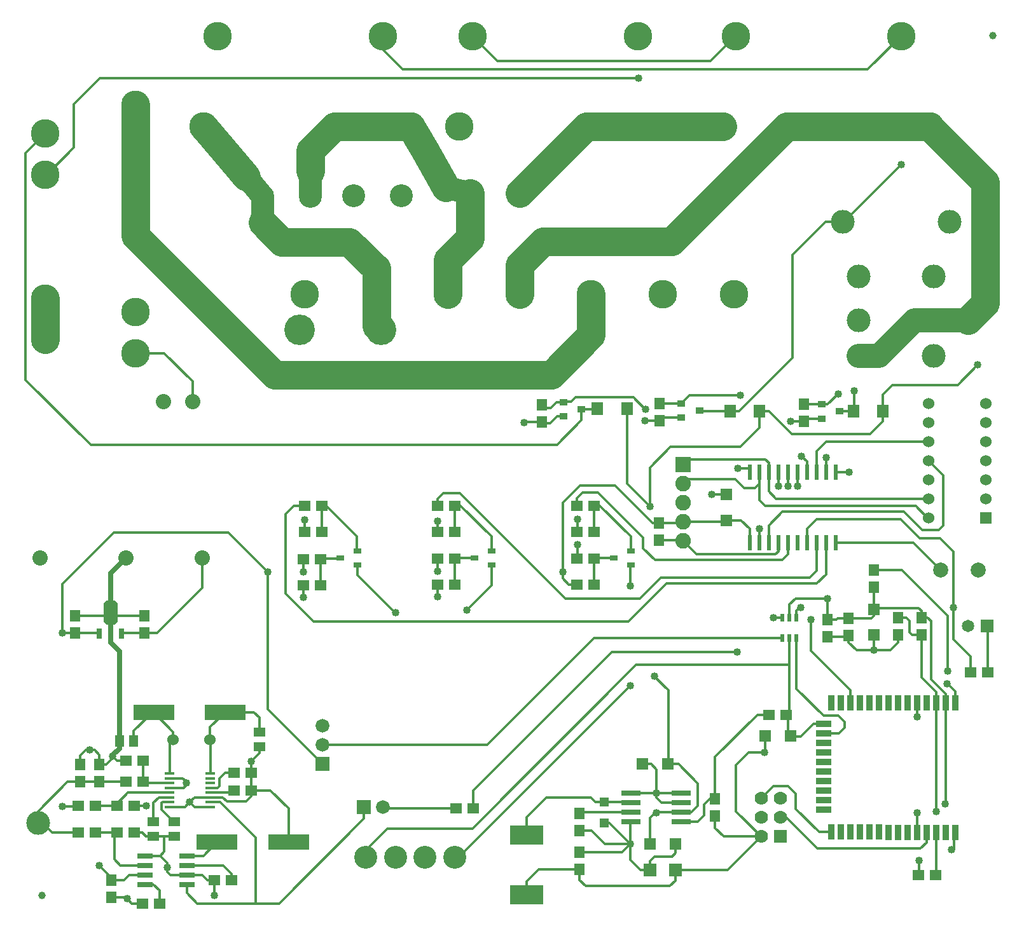
<source format=gbr>
G04 DipTrace 4.2.0.1*
G04 1 - Top.gbr*
%MOIN*%
G04 #@! TF.FileFunction,Copper,L1,Top*
G04 #@! TF.Part,Single*
%AMOUTLINE0*
4,1,4,
-0.029998,0.028001,
0.030002,0.027996,
0.029998,-0.028001,
-0.030002,-0.027996,
-0.029998,0.028001,
0*%
%AMOUTLINE3*
4,1,4,
-0.032,0.032002,
0.032002,0.032,
0.032,-0.032002,
-0.032002,-0.032,
-0.032,0.032002,
0*%
%AMOUTLINE6*
4,1,4,
-0.035999,0.036001,
0.036001,0.035999,
0.035999,-0.036001,
-0.036001,-0.035999,
-0.035999,0.036001,
0*%
%AMOUTLINE9*
4,1,4,
-0.024999,0.007002,
0.025001,0.006998,
0.024999,-0.007002,
-0.025001,-0.006998,
-0.024999,0.007002,
0*%
%AMOUTLINE12*
4,1,8,
0.018701,-0.064961,
0.037402,-0.04626,
0.037402,0.04626,
0.018701,0.064961,
-0.018701,0.064961,
-0.037402,0.04626,
-0.037402,-0.04626,
-0.018701,-0.064961,
0.018701,-0.064961,
0*%
%AMOUTLINE15*
4,1,4,
-0.039999,0.013002,
0.040001,0.012995,
0.039999,-0.013002,
-0.040001,-0.012995,
-0.039999,0.013002,
0*%
%AMOUTLINE18*
4,1,4,
-0.049212,0.011815,
0.049214,0.011807,
0.049212,-0.011815,
-0.049214,-0.011807,
-0.049212,0.011815,
0*%
%AMOUTLINE21*
4,1,4,
-0.017713,0.039372,
0.01772,0.039369,
0.017713,-0.039372,
-0.01772,-0.039369,
-0.017713,0.039372,
0*%
G04 #@! TA.AperFunction,Conductor*
%ADD15C,0.014*%
%ADD16C,0.028*%
%ADD17C,0.027559*%
%ADD18C,0.15*%
%ADD19C,0.125*%
%ADD20C,0.12*%
G04 #@! TA.AperFunction,Nonconductor*
%ADD23C,0.03937*%
G04 #@! TA.AperFunction,ComponentPad*
%ADD24C,0.125*%
%ADD25R,0.055997X0.06*%
%ADD26R,0.064003X0.064003*%
%ADD27R,0.06X0.055997*%
%ADD28R,0.051181X0.059055*%
%ADD29R,0.059055X0.051181*%
%ADD30R,0.06X0.065*%
%ADD31R,0.041339X0.025591*%
%ADD32R,0.047244X0.047244*%
G04 #@! TA.AperFunction,ComponentPad*
%ADD33R,0.072X0.072*%
%ADD34C,0.072*%
%ADD35C,0.12*%
%ADD36C,0.15*%
%ADD37R,0.177165X0.102362*%
G04 #@! TA.AperFunction,ComponentPad*
%ADD38R,0.065X0.065*%
%ADD39C,0.065*%
%ADD40C,0.08*%
%ADD41R,0.082X0.082*%
%ADD42C,0.082*%
%ADD43R,0.07X0.07*%
%ADD44C,0.07*%
%ADD45R,0.03937X0.033465*%
G04 #@! TA.AperFunction,ComponentPad*
%ADD46C,0.079*%
%ADD47R,0.06X0.06*%
%ADD48C,0.06*%
%ADD49C,0.16*%
%ADD50R,0.023622X0.07874*%
%ADD51R,0.027559X0.05315*%
%ADD52R,0.027559X0.070866*%
%ADD53R,0.023622X0.043307*%
%ADD54R,0.07874X0.035433*%
G04 #@! TA.AperFunction,ComponentPad*
%ADD55C,0.06*%
%ADD56R,0.216535X0.07874*%
G04 #@! TA.AperFunction,ViaPad*
%ADD57C,0.04*%
%ADD141OUTLINE0*%
%ADD144OUTLINE3*%
G04 #@! TA.AperFunction,ComponentPad*
%ADD147OUTLINE6*%
%ADD150OUTLINE9*%
%ADD153OUTLINE12*%
%ADD156OUTLINE15*%
%ADD159OUTLINE18*%
%ADD162OUTLINE21*%
%FSLAX26Y26*%
G04*
G70*
G90*
G75*
G01*
G04 Top*
%LPD*%
X1037377Y211295D2*
D15*
X1000713D1*
X973289Y238719D1*
X895202D1*
X1231341Y775213D2*
Y680209D1*
X1017295Y645558D2*
X1081307D1*
X1103218Y623647D1*
X1203870D1*
X1231341Y651118D1*
Y680209D1*
X496196Y120898D2*
X572041D1*
X579993Y112945D1*
X661045Y88266D2*
X604672D1*
X579993Y112945D1*
X615814Y459724D2*
X659912D1*
X678508Y441129D1*
X718971D1*
X774640D1*
X827714D1*
X1425949Y409152D2*
Y585718D1*
X1331458Y680209D1*
X1231341D1*
X1037377Y211295D2*
Y130441D1*
X4231934Y1031028D2*
X4176474D1*
X4110717Y965270D1*
X4060514D1*
X4057475Y968310D1*
X3842780Y2350491D2*
Y2369988D1*
X3780184D1*
X3219967Y517857D2*
X3217121D1*
Y400782D1*
X2755136Y2612888D2*
X2663738D1*
X2661219Y2610370D1*
X2867463Y2642706D2*
X2834310D1*
X2798280Y2606676D1*
X2761349D1*
X2755136Y2612888D1*
X2207591Y1761353D2*
X2206759D1*
Y1695933D1*
X2207591Y2038451D2*
X2209058D1*
Y2093147D1*
X2938133Y1896902D2*
X2941592D1*
Y1969102D1*
X2938133Y2038451D2*
X2939281D1*
Y2102866D1*
X3721115Y2232467D2*
Y2233021D1*
X3644054D1*
X4128388Y2617333D2*
X4058529Y2616012D1*
X4220029Y2631877D2*
X4142932D1*
X4128388Y2617333D1*
X3320181Y263465D2*
X3269768D1*
X3217121Y316112D1*
Y400782D1*
X2952308Y357085D2*
X3173424D1*
X3217121Y400782D1*
X2952307Y472138D2*
X3012944D1*
X3084299Y400782D1*
X3217121D1*
X3079833Y509857D2*
X3108046D1*
X3217121Y400782D1*
X4035480Y1076614D2*
Y1064966D1*
X4042764Y1057682D1*
Y968310D1*
X4057475D1*
X3485180Y2636004D2*
X3386728D1*
X3372190Y2621466D1*
X3296467D1*
X3293975Y2618974D1*
X492614Y1614331D2*
Y1513950D1*
X492601Y1513937D1*
X1504440Y1757689D2*
Y1719953D1*
X1504887Y1719505D1*
Y1692484D1*
X1509440Y2038451D2*
X1511381D1*
Y2099996D1*
X4621034Y1498667D2*
Y1457060D1*
X4581403Y1417429D1*
X4493783D1*
X4493416Y1498235D2*
Y1417797D1*
X4493783Y1417429D1*
X4402541D1*
X4361720Y1458249D1*
Y1495185D1*
X4249545Y1486589D2*
X4353125D1*
X4361720Y1495185D1*
X575278Y1901892D2*
D16*
X492614Y1819230D1*
Y1614331D1*
X3454171Y400457D2*
D15*
Y353631D1*
X3435790Y335251D1*
X3343434D1*
X3320181Y311997D1*
Y263465D1*
X804803Y745576D2*
X871883D1*
X890970Y726490D1*
Y709785D1*
X876761Y695576D1*
X804798D1*
X890970Y721350D2*
Y726490D1*
X1017295Y645558D2*
X933081D1*
X908480Y620957D1*
X1017291Y595558D2*
X933879D1*
X908480Y620957D1*
X804790Y595576D2*
X883100D1*
X908480Y620957D1*
X675224Y338738D2*
X753895D1*
X791257Y301375D1*
Y276110D1*
X895202Y238719D2*
X807819D1*
X791257Y255281D1*
Y276110D1*
X774640Y441129D2*
Y359483D1*
X753895Y338738D1*
X334285Y816992D2*
Y863780D1*
X363266Y892761D1*
X385594D1*
X409217D1*
X433403Y868575D1*
Y816992D1*
X574156Y836614D2*
X527936D1*
X505385Y859165D1*
X433403Y816992D2*
X471062D1*
X505385Y851315D1*
Y859165D1*
X540066Y940791D2*
D16*
Y900463D1*
X505385Y865782D1*
Y859165D1*
X1273192Y911513D2*
D15*
Y876538D1*
X1231971Y835318D1*
X1231341Y775213D2*
Y834688D1*
X1231971Y835318D1*
X615814Y600478D2*
X679143D1*
Y600474D1*
X4919424Y1139865D2*
Y1199306D1*
X4879638Y1239092D1*
X4878055D1*
X4919403Y462227D2*
Y431854D1*
X4913576Y426028D1*
Y371505D1*
X4901450D1*
X307531Y1596329D2*
X474613D1*
X492614Y1614331D1*
X669232Y1596329D2*
X510615D1*
X492614Y1614331D1*
X540066Y940791D2*
D16*
Y1411327D1*
X492601Y1458791D1*
D17*
Y1513937D1*
Y1563370D1*
D16*
Y1614318D1*
X492614Y1614331D1*
X4051079Y1480383D2*
D15*
Y1339075D1*
X3247584D1*
X2390409Y481900D1*
X1943425D1*
X1830385Y368860D1*
Y330535D1*
X4035480Y1076614D2*
X4051079D1*
Y1480383D1*
X3992780Y2350505D2*
Y2277804D1*
X4112192Y1640138D2*
X4105705D1*
X4088483Y1622916D1*
Y1586682D1*
X2394854Y587705D2*
Y680243D1*
X3120331Y1405719D1*
X3778824D1*
X496203Y210898D2*
X563215D1*
X589535Y237218D1*
X673696D1*
X675215Y238738D1*
X3842814Y1980412D2*
Y2053106D1*
X3797442Y2098478D1*
X3721121D1*
X1504440Y1893238D2*
Y1827970D1*
X1504444D1*
X2863829Y1827802D2*
Y1793049D1*
X2895525Y1761353D1*
X2938133D1*
X3367862Y2083449D2*
X3334816D1*
X3137072Y2281193D1*
X2954070D1*
X2863829Y2190953D1*
Y1827802D1*
X3494549Y2088932D2*
X3489066Y2083449D1*
X3367862D1*
X3721121Y2098478D2*
Y2088932D1*
X3494549D1*
X2207591Y1896902D2*
Y1830245D1*
X307524Y1506329D2*
X432295D1*
X433546Y1505079D1*
X323774Y600484D2*
X319853Y596563D1*
X240486D1*
Y1506329D2*
X307524D1*
X432596Y287353D2*
X496203Y223745D1*
Y210898D1*
X1317576Y1827970D2*
Y1106474D1*
X1604920Y819130D1*
X240486Y1506329D2*
Y1762634D1*
X512407Y2034555D1*
X1110991D1*
X1317576Y1827970D1*
X334285Y726992D2*
X268669D1*
X112555Y570878D1*
Y510043D1*
X136148D1*
X186472Y459719D1*
X323774D1*
X334285Y726992D2*
X433403D1*
X489453D1*
X490076Y727615D1*
X574156D1*
X151890Y3045690D2*
D18*
X151937Y3261295D1*
X3770705Y4637513D2*
D15*
X3768701D1*
X3637664Y4506476D1*
X2521803D1*
X2390673Y4637605D1*
X3485720Y567833D2*
X3352475D1*
Y564738D1*
X3485720Y567833D2*
X3538403D1*
X3571728Y601159D1*
Y717567D1*
X3469268Y820028D1*
X3414707D1*
X4542102Y2669280D2*
Y2617202D1*
X4474706Y2549806D1*
X4062852D1*
X3943378Y2669280D1*
X3895706D1*
X3352475Y564738D2*
X3348862D1*
X3320181Y536056D1*
Y400451D1*
X975278Y1901937D2*
Y1744470D1*
X737138Y1506329D1*
X669238D1*
X552907D1*
X551656Y1505079D1*
X3201084Y2684543D2*
Y2290707D1*
X3320865Y2170927D1*
X3345739Y1280029D2*
Y1278403D1*
X3417781Y1206361D1*
Y823101D1*
X3414707Y820028D1*
X4542102Y2669280D2*
Y2757839D1*
X4592403Y2808139D1*
X4933559D1*
X5038211Y2912791D1*
X3320865Y2170927D2*
Y2374860D1*
X3428930Y2482925D1*
X3793904D1*
X3895706Y2584727D1*
Y2669280D1*
X3367852Y1993449D2*
X3490028D1*
X3494545Y1988932D1*
X3562692Y1920785D1*
X3978244D1*
X3992814Y1935354D1*
Y1980427D1*
X895198Y188719D2*
Y142332D1*
X948891Y88639D1*
X1254936D1*
Y433680D1*
X1068058Y620558D1*
X1017293D1*
X1254936Y88639D2*
X1377198D1*
X1821453Y532894D1*
Y592846D1*
X614869Y940791D2*
Y993113D1*
X712997Y1091241D1*
X719295D1*
X719874D1*
X822307Y988808D1*
Y948923D1*
X804804Y770576D2*
Y931420D1*
X822307Y948923D1*
X3892780Y2350496D2*
Y2204324D1*
X3922478Y2174626D1*
X4713154D1*
X4775541Y2112239D1*
X4780161D1*
X3892780Y2350496D2*
Y2289654D1*
X3870454Y2267328D1*
X3814954D1*
X3766980Y2315302D1*
X3520924D1*
X3494554Y2288932D1*
X664156Y727608D2*
X671188Y720576D1*
X804801D1*
X664156Y836606D2*
Y727608D1*
X1014433Y948907D2*
Y1012329D1*
X1093311Y1091207D1*
X1273192Y986316D2*
Y1062659D1*
X1244643Y1091207D1*
X1093311D1*
X1017306Y770558D2*
Y946034D1*
X1014433Y948907D1*
X1017299Y695558D2*
X1055491D1*
X1064752Y704819D1*
Y744885D1*
X1095080Y775213D1*
X1141341D1*
X3892814Y1980417D2*
Y2053117D1*
X3892807D1*
X3942814Y1980421D2*
Y2071547D1*
X4014728Y2143463D1*
X4650827D1*
X4747983Y2046307D1*
X4834140D1*
X4857971Y2070138D1*
Y2334446D1*
X4780180Y2412238D1*
X4192780Y2350524D2*
Y2459466D1*
X4245551Y2512238D1*
X4780186D1*
X4242780Y2350528D2*
Y2428547D1*
X413774Y600479D2*
X525807D1*
X525814Y600486D1*
X804797Y670576D2*
X585020D1*
X525814Y611370D1*
Y600486D1*
X4292780Y2350533D2*
X4364362Y2351858D1*
X4292814Y1980454D2*
X4700615D1*
X4843887Y1837181D1*
X675220Y288738D2*
X544148D1*
X512554Y320332D1*
Y446462D1*
X525814Y459722D1*
X413774D1*
Y459714D1*
X5086878Y1543667D2*
X5092407Y1538138D1*
Y1301005D1*
X3372190Y2711466D2*
X3485176D1*
Y2710807D1*
X4142780Y2350518D2*
Y2406919D1*
X4115098Y2434600D1*
X3795573Y2754125D2*
X3528493D1*
X3485176Y2710807D1*
X4092780Y2350514D2*
X4092786Y2277814D1*
X2867459Y2717509D2*
X2870402Y2720450D1*
X2908142D1*
X2931436Y2743744D1*
X3233281D1*
X3295524Y2681501D1*
X3297915D1*
X2755131Y2702888D2*
Y2687332D1*
X2800113D1*
X2830290Y2717509D1*
X2867459D1*
X4042780Y2350509D2*
Y2277810D1*
X4042786D1*
X4220033Y2706680D2*
X4128383D1*
Y2707333D1*
X4220033Y2706680D2*
X4252301D1*
X4307371Y2761751D1*
X2938133Y2173988D2*
Y2215430D1*
X2967831Y2245129D1*
X3046413D1*
X3285524Y2006018D1*
Y1951702D1*
X3347959Y1889266D1*
X4013115D1*
X4042814Y1918965D1*
Y1980430D1*
X675211Y188738D2*
X718580D1*
X751045Y156273D1*
Y88261D1*
X3942780Y2350500D2*
Y2251558D1*
X3982100Y2212238D1*
X4780168D1*
X3942780Y2350500D2*
Y2400583D1*
X3925606Y2417756D1*
X3494558D1*
Y2388932D1*
X4786518Y4165211D2*
D18*
X4036345D1*
X3432558Y3561424D1*
X2761356D1*
X2636169Y3436238D1*
Y3284808D1*
X4414010Y2961025D2*
D19*
X4521302D1*
X4706310Y3146033D1*
X4808007D1*
X4986455D1*
D18*
X5077327Y3236904D1*
Y3869046D1*
X4786518Y4159854D1*
Y4165211D1*
X2376904Y3813035D2*
Y3578245D1*
X2261169Y3462510D1*
Y3284808D1*
X1539500Y3796682D2*
D20*
Y3931681D1*
D18*
Y4038260D1*
X1666449Y4165209D1*
X2068925D1*
X2142907Y4034723D1*
X2251782Y3842692D1*
D20*
X2376904Y3813035D1*
X3261077Y4417942D2*
D15*
X438627D1*
X300201Y4279516D1*
Y4052711D1*
X159322Y3911832D1*
X151867D1*
X3579667Y2673411D2*
Y2669272D1*
X3739948D1*
X4637852Y3963959D2*
X4336915Y3663022D1*
X4331495D1*
X3739948Y2669272D2*
X3786627D1*
X4069035Y2951680D1*
Y3490986D1*
X4241072Y3663022D1*
X4331495D1*
X804791Y620576D2*
X766457D1*
X761487Y615606D1*
Y579068D1*
X824623Y515932D1*
X827714D1*
X1909169Y3095808D2*
D18*
X1886169Y3118808D1*
Y3284808D1*
X924400Y2719255D2*
D15*
Y2825819D1*
X775383Y2974836D1*
X624333D1*
X1289500Y3796667D2*
D20*
Y3658950D1*
D18*
X1389783Y3558667D1*
X1745522D1*
X1884134Y3420055D1*
X1886169Y3422091D1*
Y3284808D1*
X982311Y4165169D2*
X1078357Y4049951D1*
X1203058Y3900362D1*
D20*
X1289500Y3796667D1*
X3406446Y4165217D2*
D18*
X3699904D1*
Y4165062D1*
X3406446Y4165217D2*
X2988837D1*
X2636664Y3813043D1*
D20*
X2626904D1*
X2961949Y2680110D2*
D15*
Y2622743D1*
X2833072Y2493866D1*
X389301D1*
X48885Y2834282D1*
Y4024492D1*
X151828Y4127437D1*
X3045325Y2684535D2*
Y2680110D1*
X2961949D1*
X4389215Y2778037D2*
Y2669272D1*
X4386344D1*
X4314518Y2669273D2*
X4386344D1*
Y2669272D1*
X1919301Y4637644D2*
Y4565911D1*
X2022453Y4462759D1*
X4461974D1*
X4636846Y4637631D1*
X624304Y4061450D2*
D18*
Y4211450D1*
X624251D1*
Y4277102D1*
X624304Y4061450D2*
Y3591445D1*
X1354286Y2861463D1*
X2803446D1*
X3011169Y3069186D1*
Y3284808D1*
X895207Y288719D2*
D15*
X1083050D1*
X1127377Y244392D1*
Y211295D1*
X895211Y338719D2*
X981500D1*
X1051933Y409152D1*
X3028133Y1761356D2*
Y1896904D1*
Y1900387D1*
X3129862D1*
X2297591Y1761356D2*
Y1896904D1*
Y1900387D1*
X2399322D1*
X1594440Y1757694D2*
Y1893243D1*
Y1898539D1*
X1696169D1*
Y1900386D1*
X4911349Y1639785D2*
X4911907D1*
Y1475122D1*
X5002407Y1384622D1*
Y1300992D1*
X4142814Y1980440D2*
Y2053404D1*
X4194377Y2104967D1*
X4634329D1*
X4735151Y2004144D1*
X4841474D1*
X4911349Y1934269D1*
Y1639785D1*
X1141341Y680206D2*
X1126531D1*
X1116883Y670558D1*
X1017298D1*
X2207591Y2173988D2*
Y2210873D1*
X2237289Y2240571D1*
X2325492D1*
X2878285Y1687778D1*
X3268886D1*
X3377936Y1796828D1*
X4156328D1*
X4192814Y1833314D1*
Y1980445D1*
X4242814Y1980449D2*
Y1814755D1*
X4194891Y1766832D1*
X3406395D1*
X3206961Y1567398D1*
X1557491D1*
X1409891Y1714997D1*
Y2130766D1*
X1453112Y2173987D1*
X1509440D1*
X3217732Y1754944D2*
Y1862988D1*
X3220415D1*
X3217732Y1229853D2*
X2318412Y330533D1*
X2298385D1*
X2489874Y1862988D2*
Y1756881D1*
X2359282Y1626289D1*
X1786722Y1862990D2*
Y1811176D1*
X1982778Y1615119D1*
X1987516D1*
X3028133Y2038446D2*
Y2173991D1*
X3058870D1*
X3220412Y2012449D1*
Y1937791D1*
X2297591Y2038446D2*
Y2173991D1*
X2328323D1*
X2489871Y2012442D1*
Y1937791D1*
X1599440Y2038446D2*
Y2173992D1*
X1624004D1*
X1783711Y2014285D1*
Y1937793D1*
X1786718D1*
X718971Y515932D2*
Y617140D1*
X747407Y645576D1*
X804794D1*
X4369424Y1140307D2*
Y1208100D1*
X4163379Y1414146D1*
Y1578154D1*
X4013680Y1586684D2*
Y1586664D1*
X3967323D1*
X4869424Y1140262D2*
Y609278D1*
X4867584D1*
X4051081Y1586682D2*
Y1655953D1*
X4083638Y1688509D1*
X4249946D1*
Y1687022D1*
X4493429Y1632224D2*
Y1748450D1*
X4493424D1*
X4730301Y313623D2*
Y237795D1*
X4728786D1*
X2952308Y267085D2*
X2738852D1*
X2675172Y203406D1*
Y132312D1*
X4742976Y1588667D2*
X4773600D1*
X4793106Y1569160D1*
Y1263026D1*
X4869424Y1186709D1*
Y1140262D1*
X4493429Y1632224D2*
X4498871Y1637667D1*
X4728596D1*
X4742976Y1623286D1*
Y1588667D1*
X4249542Y1576589D2*
X4296542D1*
X4305138Y1585185D1*
X4361718D1*
X4249946Y1687022D2*
Y1576589D1*
X4249542D1*
X3919677Y879450D2*
Y892383D1*
X3923486Y896192D1*
Y968307D1*
X4361718Y1585185D2*
X4481472D1*
X4493429Y1597142D1*
Y1632224D1*
X3454171Y263462D2*
Y208896D1*
X3424472Y179198D1*
X2982508D1*
X2952308Y209398D1*
Y267085D1*
X3454171Y263462D2*
X3726634D1*
X3902543Y439371D1*
X3662097Y547845D2*
Y483325D1*
X3706051Y439371D1*
X3902543D1*
X3919677Y879450D2*
X3837769D1*
X3772298Y813979D1*
Y569618D1*
X3902543Y439371D1*
X1604924Y919130D2*
X2467702D1*
X3028957Y1480385D1*
X4013677D1*
X1921453Y592844D2*
Y595067D1*
X1929328D1*
X1936696Y587699D1*
X2304854D1*
X4719424Y1140276D2*
X4719417Y1067576D1*
X4493421Y1838450D2*
X4639304D1*
X4879535Y1598219D1*
Y1306470D1*
X4819403Y462235D2*
Y237798D1*
X4818786D1*
X3219980Y667857D2*
X3355085D1*
Y667646D1*
Y790904D1*
X3325957Y820033D1*
X3280718D1*
X3485724Y617833D2*
X3380406D1*
X3355085Y643154D1*
Y667646D1*
X3485728Y667833D2*
X3452899D1*
X3451699Y666634D1*
X3356097D1*
X3355085Y667646D1*
X3219976Y617857D2*
X3192459D1*
X3190223Y620093D1*
X3079833D1*
X3034727D1*
X3011311Y643509D1*
X2777222D1*
X2675154Y541441D1*
Y447273D1*
X3219972Y567857D2*
X2952304D1*
Y562138D1*
X3485715Y517833D2*
X3571299D1*
X3604782Y551316D1*
Y608147D1*
X3634480Y637845D1*
X3662092D1*
Y855741D1*
X3882967Y1076617D1*
X3945480D1*
X4819424Y1140266D2*
Y570787D1*
X4821251D1*
X4742976Y1498667D2*
X4693373D1*
X4680864Y1511176D1*
Y1572214D1*
X4664411Y1588667D1*
X4621037D1*
X4742976Y1498667D2*
Y1272828D1*
X4819283Y1196521D1*
Y1140407D1*
X4819424Y1140266D1*
X4769403Y462240D2*
Y408231D1*
X4738143Y376971D1*
X4196201D1*
X4033798Y539374D1*
X4002542D1*
X4719403Y462244D2*
Y562804D1*
X4269403Y462285D2*
X4207152D1*
X4084978Y584459D1*
Y663860D1*
X4043588Y705249D1*
X3968417D1*
X3902541Y639371D1*
X4231929Y981028D2*
X4309534D1*
X4339232Y1010726D1*
Y1041386D1*
X4307789Y1072829D1*
X4229900D1*
X4088480Y1214249D1*
Y1480383D1*
D57*
X579993Y112945D3*
X1037377Y130441D3*
X3644054Y2233021D3*
X3992780Y2277804D3*
X2207591Y1830245D3*
X240486Y596563D3*
Y1506329D3*
X432596Y287353D3*
X240486Y596563D3*
X1317576Y1827970D3*
X240486Y1506329D3*
X1317576Y1827970D3*
X3320865Y2170927D3*
X3345739Y1280029D3*
X5038211Y2912791D3*
X4242780Y2428547D3*
X4115098Y2434600D3*
X3795573Y2754125D3*
X4637852Y3963959D3*
X4389215Y2778037D3*
X3217732Y1229853D3*
X4719403Y562804D3*
X890970Y721350D3*
X4867584Y609278D3*
X4821251Y570787D3*
X4719417Y1067576D3*
X4163379Y1578154D3*
X908480Y620957D3*
X791257Y276110D3*
X3892807Y2053117D3*
X4364362Y2351858D3*
X4092786Y2277814D3*
X4042786Y2277810D3*
X3780184Y2369988D3*
X3355085Y667646D3*
X3217121Y400782D3*
X3352475Y564738D3*
X2661219Y2610370D3*
X2206759Y1695933D3*
X2209058Y2093147D3*
X3293975Y2618974D3*
X2941592Y1969102D3*
X2939281Y2102866D3*
X4058529Y2616012D3*
X1504887Y1692484D3*
X1511381Y2099996D3*
X4493783Y1417429D3*
X1987516Y1615119D3*
X2359282Y1626289D3*
X385594Y892761D3*
X505385Y859165D3*
X1231971Y835318D3*
X679143Y600474D3*
X4878055Y1239092D3*
X4901450Y371505D3*
X3261077Y4417942D3*
X4112192Y1640138D3*
X3778824Y1405719D3*
X1504444Y1827970D3*
X2863829Y1827802D3*
X3297915Y2681501D3*
X4307371Y2761751D3*
X4911349Y1639785D3*
X3217732Y1754944D3*
X3967323Y1586664D3*
X3919677Y879450D3*
X4249946Y1687022D3*
X4730301Y313623D3*
X4879535Y1306470D3*
D24*
X112555Y510043D3*
D25*
X669237Y1506329D3*
X669233Y1596329D3*
D26*
X3721115Y2232467D3*
X3721121Y2098478D3*
D25*
X307531Y1596329D3*
X307524Y1506329D3*
D27*
X615814Y600478D3*
X525814Y600485D3*
X1231341Y680208D3*
X1141341Y680206D3*
D25*
X496195Y120898D3*
X496204Y210898D3*
D27*
X2938133Y1896902D3*
X3028133Y1896904D3*
X2207591Y1761353D3*
X2297591Y1761356D3*
X1504440Y1757690D3*
X1594440Y1757694D3*
D25*
X334285Y816992D3*
Y726992D3*
D141*
X574156Y727615D3*
X664156Y727608D3*
D27*
X1231341Y775213D3*
X1141341D3*
D141*
X661045Y88267D3*
X751045Y88261D3*
X323774Y459720D3*
X413774Y459713D3*
D27*
X1037377Y211295D3*
X1127377D3*
D28*
X540066Y940791D3*
X614869D3*
D29*
X1273192Y911513D3*
Y986316D3*
D25*
X2952308Y357085D3*
Y267085D3*
D26*
X3454171Y400456D3*
X3320181Y400452D3*
X4493429Y1632224D3*
X4493416Y1498235D3*
X3923486Y968307D3*
X4057475Y968310D3*
D144*
X3454171Y263461D3*
X3320181Y263465D3*
D25*
X2952307Y472138D3*
X2952304Y562138D3*
X4249544Y1486589D3*
X4249542Y1576589D3*
X4621034Y1498667D3*
X4621036Y1588667D3*
X4361720Y1495185D3*
X4361718Y1585185D3*
D30*
X4386344Y2669272D3*
X4542102Y2669279D3*
X3045325Y2684535D3*
X3201084Y2684544D3*
X3739948Y2669271D3*
X3895706Y2669280D3*
D31*
X1786722Y1862989D3*
X1786718Y1937792D3*
X1696169Y1900386D3*
X2489874Y1862989D3*
X2489871Y1937792D3*
X2399321Y1900387D3*
X3220414Y1862989D3*
X3220412Y1937792D3*
X3129862Y1900387D3*
D32*
X3079833Y620093D3*
Y509857D3*
D33*
X1604920Y819130D3*
D34*
X1604924Y919130D3*
X1604928Y1019130D3*
D35*
X2298385Y330533D3*
X2142385Y330534D3*
X1986385D3*
X1830385Y330535D3*
D147*
X1821453Y592846D3*
D34*
X1921453Y592844D3*
D27*
X2394854Y587704D3*
X2304854Y587700D3*
D35*
X2018895Y3801119D3*
X1768895Y3801102D3*
X2626904Y3813044D3*
X2376904Y3813035D3*
X1289500Y3796667D3*
X1539500Y3796682D3*
D36*
X3770705Y4637513D3*
X4636847Y4637631D3*
X4786518Y4165211D3*
X3699904Y4165062D3*
X151937Y3261295D3*
X151828Y4127436D3*
X624251Y4277102D3*
X624387Y3190488D3*
X2390673Y4637606D3*
X3256815Y4637650D3*
X3406446Y4165217D3*
X2319832Y4165161D3*
D24*
X4808010Y2961033D3*
X4414010Y2961025D3*
X4808006Y3146033D3*
X4414006Y3146025D3*
X4808001Y3378033D3*
X4414001Y3378025D3*
X4890495Y3663035D3*
X4331495Y3663023D3*
D36*
X151890Y3045690D3*
X151868Y3911831D3*
X624305Y4061450D3*
X624333Y2974836D3*
X1053159Y4637613D3*
X1919301Y4637644D3*
X2068925Y4165209D3*
X982310Y4165169D3*
D25*
X433403Y816992D3*
Y726992D3*
D141*
X574156Y836614D3*
X664156Y836606D3*
D27*
X615814Y459724D3*
X525814Y459722D3*
D37*
X2675154Y447273D3*
X2675171Y132312D3*
D38*
X5086878Y1543666D3*
D39*
X4986878Y1543667D3*
D40*
X770856Y2719237D3*
X924400Y2719254D3*
X575278Y1901893D3*
X975278Y1901937D3*
X125278Y1901843D3*
D41*
X3494557Y2388932D3*
D42*
X3494554Y2288932D3*
X3494551Y2188932D3*
X3494548Y2088932D3*
X3494545Y1988932D3*
D43*
X4002544Y439374D3*
D44*
X4002542Y539374D3*
X4002540Y639374D3*
X3902540Y639372D3*
X3902542Y539372D3*
X3902544Y439372D3*
D45*
X4220033Y2706680D3*
X4220028Y2631877D3*
X4314519Y2669273D3*
X2867460Y2717509D3*
X2867463Y2642705D3*
X2961949Y2680111D3*
X3485176Y2710807D3*
X3485180Y2636004D3*
X3579666Y2673411D3*
D25*
X4128389Y2617333D3*
X4128383Y2707333D3*
X2755136Y2612888D3*
X2755132Y2702888D3*
X3372190Y2621466D3*
X3372191Y2711466D3*
D27*
X3028133Y2173991D3*
X2938133Y2173988D3*
X2207591D3*
X2297591Y2173991D3*
X1509440Y2173988D3*
X1599440Y2173991D3*
X3028133Y1761356D3*
X2938133Y1761353D3*
X2297591Y1896905D3*
X2207591Y1896901D3*
X1594440Y1893242D3*
X1504440Y1893238D3*
D25*
X3367862Y2083449D3*
X3367852Y1993449D3*
D27*
X5092407Y1301006D3*
X5002407Y1300992D3*
X413774Y600479D3*
X323774Y600484D3*
D141*
X2938133Y2038452D3*
X3028133Y2038446D3*
X2207591Y2038452D3*
X2297591Y2038446D3*
X1509440Y2038451D3*
X1599440Y2038446D3*
D29*
X718971Y441129D3*
Y515932D3*
X827714Y441129D3*
Y515932D3*
D26*
X3280718Y820032D3*
X3414707Y820028D3*
D27*
X4035480Y1076614D3*
X3945480Y1076617D3*
D25*
X3662097Y547845D3*
X3662092Y637845D3*
X4742976Y1588667D3*
Y1498667D3*
X4493423Y1748450D3*
X4493422Y1838450D3*
D27*
X4728786Y237795D3*
X4818786Y237798D3*
D46*
X5040738Y1837189D3*
X4843887Y1837181D3*
D47*
X5080161Y2112219D3*
D48*
X5080168Y2212220D3*
X5080174Y2312219D3*
X5080180Y2412219D3*
X4780180Y2412238D3*
X5080187Y2512220D3*
X4780187Y2512238D3*
X5080193Y2612219D3*
X4780193Y2612238D3*
X4780174Y2312238D3*
X4780168Y2212238D3*
X4780161Y2112239D3*
X5080199Y2712219D3*
X4780199Y2712238D3*
D36*
X1511169Y3284808D3*
X1886169D3*
X2261169D3*
X2636169D3*
X3011169D3*
X3386169D3*
X3761169D3*
D49*
X1484169Y3095808D3*
X1909169D3*
D50*
X3842814Y1980412D3*
X3892814Y1980417D3*
X3942814Y1980422D3*
X3992814Y1980426D3*
X4042814Y1980431D3*
X4092814Y1980435D3*
X4142814Y1980440D3*
X4192814Y1980445D3*
X4242814Y1980449D3*
X4292814Y1980454D3*
X4292780Y2350532D3*
X4242780Y2350528D3*
X4192780Y2350523D3*
X4142780Y2350519D3*
X4092780Y2350514D3*
X4042780Y2350510D3*
X3992780Y2350505D3*
X3942780Y2350500D3*
X3892780Y2350496D3*
X3842780Y2350491D3*
D150*
X804805Y770576D3*
X804802Y745576D3*
X804800Y720576D3*
X804798Y695576D3*
X804796Y670576D3*
X804794Y645576D3*
X804792Y620576D3*
X804790Y595576D3*
X1017291Y595558D3*
X1017293Y620558D3*
X1017295Y645558D3*
X1017297Y670558D3*
X1017300Y695558D3*
X1017302Y720558D3*
X1017304Y745558D3*
X1017306Y770558D3*
D153*
X492614Y1614331D3*
D51*
X433546Y1505079D3*
D52*
X492601Y1513937D3*
D51*
X551656Y1505079D3*
D156*
X895198Y188719D3*
X895203Y238719D3*
X895207Y288719D3*
X895211Y338719D3*
X675211Y188738D3*
X675216Y238738D3*
X675220Y288738D3*
X675224Y338738D3*
D159*
X3219968Y517856D3*
X3485716Y517834D3*
X3485720Y567834D3*
X3219972Y567856D3*
X3219976Y617856D3*
X3485724Y617834D3*
X3485728Y667834D3*
X3219980Y667856D3*
D53*
X4013677Y1480385D3*
X4051079Y1480384D3*
X4088480Y1480383D3*
X4088483Y1586682D3*
X4051081Y1586683D3*
X4013680Y1586684D3*
D162*
X4919424Y1139864D3*
X4869424Y1140262D3*
X4819424Y1140267D3*
X4769424Y1140271D3*
X4719424Y1140276D3*
X4669424Y1140280D3*
X4619424Y1140285D3*
X4569424Y1140289D3*
X4519424Y1140294D3*
X4469424Y1140298D3*
X4419424Y1140302D3*
X4369424Y1140307D3*
X4319424Y1140311D3*
X4269424Y1140316D3*
D54*
X4231934Y1031028D3*
X4231929Y981028D3*
X4231925Y931028D3*
X4231920Y881028D3*
X4231916Y831028D3*
X4231912Y781028D3*
X4231907Y731028D3*
X4231903Y681028D3*
X4231898Y631028D3*
X4231894Y581028D3*
D162*
X4269403Y462284D3*
X4319403Y462280D3*
X4369403Y462275D3*
X4419403Y462271D3*
X4469403Y462266D3*
X4519403Y462262D3*
X4569403Y462258D3*
X4619403Y462253D3*
X4669403Y462249D3*
X4719403Y462244D3*
X4769403Y462240D3*
X4819403Y462235D3*
X4869403Y462231D3*
X4919403Y462226D3*
D55*
X822307Y948923D3*
X1014433Y948907D3*
D56*
X1093311Y1091207D3*
X719295Y1091242D3*
X1425949Y409152D3*
X1051933D3*
D23*
X133020Y130608D3*
X5118808Y4641072D3*
M02*

</source>
